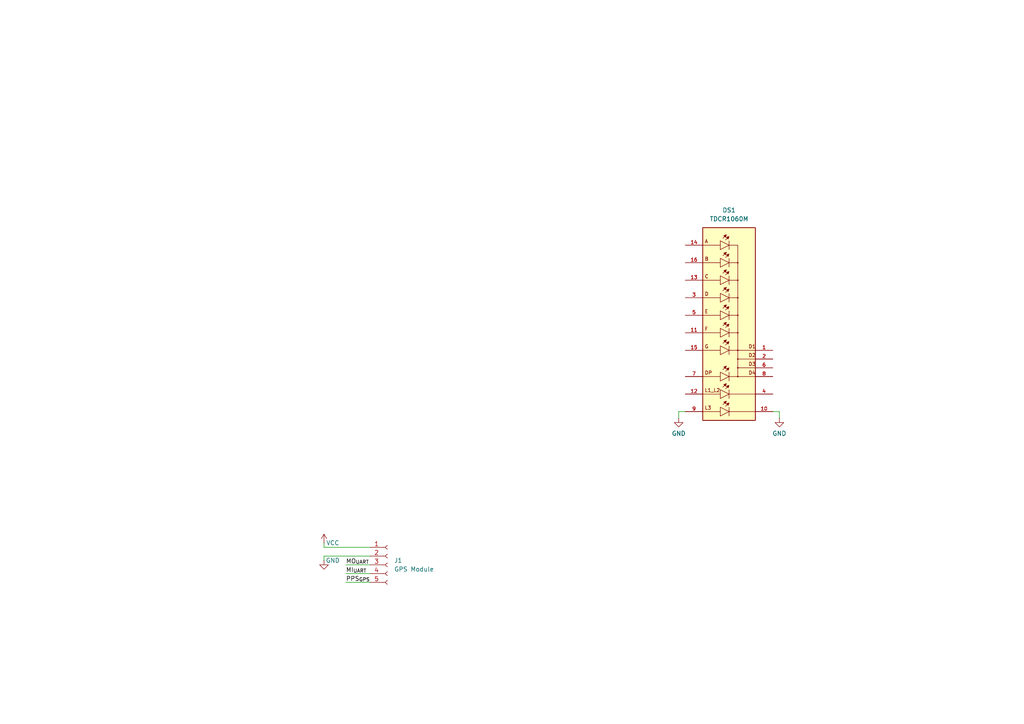
<source format=kicad_sch>
(kicad_sch (version 20231120) (generator "eeschema") (generator_version "8.0")
  (paper "A4")
  (lib_symbols
    (symbol "Connector:Conn_01x05_Socket" (pin_names (offset 1.016) hide)
      (property "Reference" "J" (at 0 7.62 0))
      (property "Value" "Conn_01x05_Socket" (at 0 -7.62 0))
      (symbol "Conn_01x05_Socket_1_1"
        (arc (start 0 -4.572) (mid -0.5058 -5.08) (end 0 -5.588) (stroke (width 0.1524)))
        (arc (start 0 -2.032) (mid -0.5058 -2.54) (end 0 -3.048) (stroke (width 0.1524)))
        (polyline (pts (xy -1.27 -5.08) (xy -0.508 -5.08)) (stroke (width 0.1524)))
        (polyline (pts (xy -1.27 -2.54) (xy -0.508 -2.54)) (stroke (width 0.1524)))
        (polyline (pts (xy -1.27 0) (xy -0.508 0)) (stroke (width 0.1524)))
        (polyline (pts (xy -1.27 2.54) (xy -0.508 2.54)) (stroke (width 0.1524)))
        (polyline (pts (xy -1.27 5.08) (xy -0.508 5.08)) (stroke (width 0.1524)))
        (arc (start 0 0.508) (mid -0.5058 0) (end 0 -0.508) (stroke (width 0.1524)))
        (arc (start 0 3.048) (mid -0.5058 2.54) (end 0 2.032) (stroke (width 0.1524)))
        (arc (start 0 5.588) (mid -0.5058 5.08) (end 0 4.572) (stroke (width 0.1524)))
        (pin passive line (at -5.08 5.08 0) (length 3.81) (name "Pin_1") (number "1"))
        (pin passive line (at -5.08 2.54 0) (length 3.81) (name "Pin_2") (number "2"))
        (pin passive line (at -5.08 0 0) (length 3.81) (name "Pin_3") (number "3"))
        (pin passive line (at -5.08 -2.54 0) (length 3.81) (name "Pin_4") (number "4"))
        (pin passive line (at -5.08 -5.08 0) (length 3.81) (name "Pin_5") (number "5"))
      )
    )
    (symbol "TDCR1060M:TDCR1060M" (pin_names (offset 1.016))
      (property "Reference" "DS" (at -7.62 29.21 0))
      (property "Value" "TDCR1060M" (at -7.62 -29.21 0))
      (symbol "TDCR1060M_0_0"
        (rectangle (start -7.62 -27.94) (end 7.62 27.94) (stroke (width 0.254)) (fill (type background)))
        (polyline (pts (xy -7.62 -25.4) (xy -2.54 -25.4)) (stroke (width 0.1524)))
        (polyline (pts (xy -7.62 -20.32) (xy -2.54 -20.32)) (stroke (width 0.1524)))
        (polyline (pts (xy -7.62 -15.24) (xy -2.54 -15.24)) (stroke (width 0.1524)))
        (polyline (pts (xy -7.62 -7.62) (xy -2.54 -7.62)) (stroke (width 0.1524)))
        (polyline (pts (xy -7.62 -2.54) (xy -2.54 -2.54)) (stroke (width 0.1524)))
        (polyline (pts (xy -7.62 2.54) (xy -2.54 2.54)) (stroke (width 0.1524)))
        (polyline (pts (xy -7.62 7.62) (xy -2.54 7.62)) (stroke (width 0.1524)))
        (polyline (pts (xy -7.62 12.7) (xy -2.54 12.7)) (stroke (width 0.1524)))
        (polyline (pts (xy -7.62 17.78) (xy -2.54 17.78)) (stroke (width 0.1524)))
        (polyline (pts (xy -7.62 22.86) (xy -2.54 22.86)) (stroke (width 0.1524)))
        (polyline (pts (xy -2.54 -26.67) (xy 0 -25.4)) (stroke (width 0.1524)))
        (polyline (pts (xy -2.54 -25.4) (xy -2.54 -26.67)) (stroke (width 0.1524)))
        (polyline (pts (xy -2.54 -24.13) (xy -2.54 -25.4)) (stroke (width 0.1524)))
        (polyline (pts (xy -2.54 -21.59) (xy 0 -20.32)) (stroke (width 0.1524)))
        (polyline (pts (xy -2.54 -20.32) (xy -2.54 -21.59)) (stroke (width 0.1524)))
        (polyline (pts (xy -2.54 -19.05) (xy -2.54 -20.32)) (stroke (width 0.1524)))
        (polyline (pts (xy -2.54 -16.51) (xy 0 -15.24)) (stroke (width 0.1524)))
        (polyline (pts (xy -2.54 -15.24) (xy -2.54 -16.51)) (stroke (width 0.1524)))
        (polyline (pts (xy -2.54 -13.97) (xy -2.54 -15.24)) (stroke (width 0.1524)))
        (polyline (pts (xy -2.54 -8.89) (xy 0 -7.62)) (stroke (width 0.1524)))
        (polyline (pts (xy -2.54 -7.62) (xy -2.54 -8.89)) (stroke (width 0.1524)))
        (polyline (pts (xy -2.54 -6.35) (xy -2.54 -7.62)) (stroke (width 0.1524)))
        (polyline (pts (xy -2.54 -3.81) (xy 0 -2.54)) (stroke (width 0.1524)))
        (polyline (pts (xy -2.54 -2.54) (xy -2.54 -3.81)) (stroke (width 0.1524)))
        (polyline (pts (xy -2.54 -1.27) (xy -2.54 -2.54)) (stroke (width 0.1524)))
        (polyline (pts (xy -2.54 1.27) (xy 0 2.54)) (stroke (width 0.1524)))
        (polyline (pts (xy -2.54 2.54) (xy -2.54 1.27)) (stroke (width 0.1524)))
        (polyline (pts (xy -2.54 3.81) (xy -2.54 2.54)) (stroke (width 0.1524)))
        (polyline (pts (xy -2.54 6.35) (xy 0 7.62)) (stroke (width 0.1524)))
        (polyline (pts (xy -2.54 7.62) (xy -2.54 6.35)) (stroke (width 0.1524)))
        (polyline (pts (xy -2.54 8.89) (xy -2.54 7.62)) (stroke (width 0.1524)))
        (polyline (pts (xy -2.54 11.43) (xy 0 12.7)) (stroke (width 0.1524)))
        (polyline (pts (xy -2.54 12.7) (xy -2.54 11.43)) (stroke (width 0.1524)))
        (polyline (pts (xy -2.54 13.97) (xy -2.54 12.7)) (stroke (width 0.1524)))
        (polyline (pts (xy -2.54 16.51) (xy 0 17.78)) (stroke (width 0.1524)))
        (polyline (pts (xy -2.54 17.78) (xy -2.54 16.51)) (stroke (width 0.1524)))
        (polyline (pts (xy -2.54 19.05) (xy -2.54 17.78)) (stroke (width 0.1524)))
        (polyline (pts (xy -2.54 21.59) (xy 0 22.86)) (stroke (width 0.1524)))
        (polyline (pts (xy -2.54 22.86) (xy -2.54 21.59)) (stroke (width 0.1524)))
        (polyline (pts (xy -2.54 24.13) (xy -2.54 22.86)) (stroke (width 0.1524)))
        (polyline (pts (xy -1.778 -23.368) (xy -1.27 -22.86)) (stroke (width 0.1524)))
        (polyline (pts (xy -1.778 -18.288) (xy -1.27 -17.78)) (stroke (width 0.1524)))
        (polyline (pts (xy -1.778 -13.208) (xy -1.27 -12.7)) (stroke (width 0.1524)))
        (polyline (pts (xy -1.778 -5.588) (xy -1.27 -5.08)) (stroke (width 0.1524)))
        (polyline (pts (xy -1.778 -0.508) (xy -1.27 0)) (stroke (width 0.1524)))
        (polyline (pts (xy -1.778 4.572) (xy -1.27 5.08)) (stroke (width 0.1524)))
        (polyline (pts (xy -1.778 9.652) (xy -1.27 10.16)) (stroke (width 0.1524)))
        (polyline (pts (xy -1.778 14.732) (xy -1.27 15.24)) (stroke (width 0.1524)))
        (polyline (pts (xy -1.778 19.812) (xy -1.27 20.32)) (stroke (width 0.1524)))
        (polyline (pts (xy -1.778 24.892) (xy -1.27 25.4)) (stroke (width 0.1524)))
        (polyline (pts (xy -1.016 -23.876) (xy -0.508 -23.368)) (stroke (width 0.1524)))
        (polyline (pts (xy -1.016 -18.796) (xy -0.508 -18.288)) (stroke (width 0.1524)))
        (polyline (pts (xy -1.016 -13.716) (xy -0.508 -13.208)) (stroke (width 0.1524)))
        (polyline (pts (xy -1.016 -6.096) (xy -0.508 -5.588)) (stroke (width 0.1524)))
        (polyline (pts (xy -1.016 -1.016) (xy -0.508 -0.508)) (stroke (width 0.1524)))
        (polyline (pts (xy -1.016 4.064) (xy -0.508 4.572)) (stroke (width 0.1524)))
        (polyline (pts (xy -1.016 9.144) (xy -0.508 9.652)) (stroke (width 0.1524)))
        (polyline (pts (xy -1.016 14.224) (xy -0.508 14.732)) (stroke (width 0.1524)))
        (polyline (pts (xy -1.016 19.304) (xy -0.508 19.812)) (stroke (width 0.1524)))
        (polyline (pts (xy -1.016 24.384) (xy -0.508 24.892)) (stroke (width 0.1524)))
        (polyline (pts (xy 0 -25.4) (xy -2.54 -24.13)) (stroke (width 0.1524)))
        (polyline (pts (xy 0 -25.4) (xy 0 -26.67)) (stroke (width 0.1524)))
        (polyline (pts (xy 0 -25.4) (xy 7.62 -25.4)) (stroke (width 0.1524)))
        (polyline (pts (xy 0 -24.13) (xy 0 -25.4)) (stroke (width 0.1524)))
        (polyline (pts (xy 0 -20.32) (xy -2.54 -19.05)) (stroke (width 0.1524)))
        (polyline (pts (xy 0 -20.32) (xy 0 -21.59)) (stroke (width 0.1524)))
        (polyline (pts (xy 0 -20.32) (xy 7.62 -20.32)) (stroke (width 0.1524)))
        (polyline (pts (xy 0 -19.05) (xy 0 -20.32)) (stroke (width 0.1524)))
        (polyline (pts (xy 0 -15.24) (xy -2.54 -13.97)) (stroke (width 0.1524)))
        (polyline (pts (xy 0 -15.24) (xy 0 -16.51)) (stroke (width 0.1524)))
        (polyline (pts (xy 0 -15.24) (xy 2.54 -15.24)) (stroke (width 0.1524)))
        (polyline (pts (xy 0 -13.97) (xy 0 -15.24)) (stroke (width 0.1524)))
        (polyline (pts (xy 0 -7.62) (xy -2.54 -6.35)) (stroke (width 0.1524)))
        (polyline (pts (xy 0 -7.62) (xy 0 -8.89)) (stroke (width 0.1524)))
        (polyline (pts (xy 0 -7.62) (xy 2.54 -7.62)) (stroke (width 0.1524)))
        (polyline (pts (xy 0 -6.35) (xy 0 -7.62)) (stroke (width 0.1524)))
        (polyline (pts (xy 0 -2.54) (xy -2.54 -1.27)) (stroke (width 0.1524)))
        (polyline (pts (xy 0 -2.54) (xy 0 -3.81)) (stroke (width 0.1524)))
        (polyline (pts (xy 0 -2.54) (xy 2.54 -2.54)) (stroke (width 0.1524)))
        (polyline (pts (xy 0 -1.27) (xy 0 -2.54)) (stroke (width 0.1524)))
        (polyline (pts (xy 0 2.54) (xy -2.54 3.81)) (stroke (width 0.1524)))
        (polyline (pts (xy 0 2.54) (xy 0 1.27)) (stroke (width 0.1524)))
        (polyline (pts (xy 0 2.54) (xy 2.54 2.54)) (stroke (width 0.1524)))
        (polyline (pts (xy 0 3.81) (xy 0 2.54)) (stroke (width 0.1524)))
        (polyline (pts (xy 0 7.62) (xy -2.54 8.89)) (stroke (width 0.1524)))
        (polyline (pts (xy 0 7.62) (xy 0 6.35)) (stroke (width 0.1524)))
        (polyline (pts (xy 0 7.62) (xy 2.54 7.62)) (stroke (width 0.1524)))
        (polyline (pts (xy 0 8.89) (xy 0 7.62)) (stroke (width 0.1524)))
        (polyline (pts (xy 0 12.7) (xy -2.54 13.97)) (stroke (width 0.1524)))
        (polyline (pts (xy 0 12.7) (xy 0 11.43)) (stroke (width 0.1524)))
        (polyline (pts (xy 0 12.7) (xy 2.54 12.7)) (stroke (width 0.1524)))
        (polyline (pts (xy 0 13.97) (xy 0 12.7)) (stroke (width 0.1524)))
        (polyline (pts (xy 0 17.78) (xy -2.54 19.05)) (stroke (width 0.1524)))
        (polyline (pts (xy 0 17.78) (xy 0 16.51)) (stroke (width 0.1524)))
        (polyline (pts (xy 0 17.78) (xy 2.54 17.78)) (stroke (width 0.1524)))
        (polyline (pts (xy 0 19.05) (xy 0 17.78)) (stroke (width 0.1524)))
        (polyline (pts (xy 0 22.86) (xy -2.54 24.13)) (stroke (width 0.1524)))
        (polyline (pts (xy 0 22.86) (xy 0 21.59)) (stroke (width 0.1524)))
        (polyline (pts (xy 0 22.86) (xy 2.54 22.86)) (stroke (width 0.1524)))
        (polyline (pts (xy 0 24.13) (xy 0 22.86)) (stroke (width 0.1524)))
        (polyline (pts (xy 2.54 -15.24) (xy 7.62 -15.24)) (stroke (width 0.1524)))
        (polyline (pts (xy 2.54 -12.7) (xy 2.54 -15.24)) (stroke (width 0.1524)))
        (polyline (pts (xy 2.54 -12.7) (xy 7.62 -12.7)) (stroke (width 0.1524)))
        (polyline (pts (xy 2.54 -10.16) (xy 2.54 -12.7)) (stroke (width 0.1524)))
        (polyline (pts (xy 2.54 -10.16) (xy 7.62 -10.16)) (stroke (width 0.1524)))
        (polyline (pts (xy 2.54 -7.62) (xy 2.54 -10.16)) (stroke (width 0.1524)))
        (polyline (pts (xy 2.54 -7.62) (xy 7.62 -7.62)) (stroke (width 0.1524)))
        (polyline (pts (xy 2.54 22.86) (xy 2.54 -7.62)) (stroke (width 0.1524)))
        (polyline (pts (xy -1.524 -22.606) (xy -1.016 -23.114) (xy -0.762 -22.352) (xy -1.524 -22.606)) (stroke (width 0.1524)) (fill (type outline)))
        (polyline (pts (xy -1.524 -17.526) (xy -1.016 -18.034) (xy -0.762 -17.272) (xy -1.524 -17.526)) (stroke (width 0.1524)) (fill (type outline)))
        (polyline (pts (xy -1.524 -12.446) (xy -1.016 -12.954) (xy -0.762 -12.192) (xy -1.524 -12.446)) (stroke (width 0.1524)) (fill (type outline)))
        (polyline (pts (xy -1.524 -4.826) (xy -1.016 -5.334) (xy -0.762 -4.572) (xy -1.524 -4.826)) (stroke (width 0.1524)) (fill (type outline)))
        (polyline (pts (xy -1.524 0.254) (xy -1.016 -0.254) (xy -0.762 0.508) (xy -1.524 0.254)) (stroke (width 0.1524)) (fill (type outline)))
        (polyline (pts (xy -1.524 5.334) (xy -1.016 4.826) (xy -0.762 5.588) (xy -1.524 5.334)) (stroke (width 0.1524)) (fill (type outline)))
        (polyline (pts (xy -1.524 10.414) (xy -1.016 9.906) (xy -0.762 10.668) (xy -1.524 10.414)) (stroke (width 0.1524)) (fill (type outline)))
        (polyline (pts (xy -1.524 15.494) (xy -1.016 14.986) (xy -0.762 15.748) (xy -1.524 15.494)) (stroke (width 0.1524)) (fill (type outline)))
        (polyline (pts (xy -1.524 20.574) (xy -1.016 20.066) (xy -0.762 20.828) (xy -1.524 20.574)) (stroke (width 0.1524)) (fill (type outline)))
        (polyline (pts (xy -1.524 25.654) (xy -1.016 25.146) (xy -0.762 25.908) (xy -1.524 25.654)) (stroke (width 0.1524)) (fill (type outline)))
        (polyline (pts (xy -0.762 -23.114) (xy -0.254 -23.622) (xy 0 -22.86) (xy -0.762 -23.114)) (stroke (width 0.1524)) (fill (type outline)))
        (polyline (pts (xy -0.762 -18.034) (xy -0.254 -18.542) (xy 0 -17.78) (xy -0.762 -18.034)) (stroke (width 0.1524)) (fill (type outline)))
        (polyline (pts (xy -0.762 -12.954) (xy -0.254 -13.462) (xy 0 -12.7) (xy -0.762 -12.954)) (stroke (width 0.1524)) (fill (type outline)))
        (polyline (pts (xy -0.762 -5.334) (xy -0.254 -5.842) (xy 0 -5.08) (xy -0.762 -5.334)) (stroke (width 0.1524)) (fill (type outline)))
        (polyline (pts (xy -0.762 -0.254) (xy -0.254 -0.762) (xy 0 0) (xy -0.762 -0.254)) (stroke (width 0.1524)) (fill (type outline)))
        (polyline (pts (xy -0.762 4.826) (xy -0.254 4.318) (xy 0 5.08) (xy -0.762 4.826)) (stroke (width 0.1524)) (fill (type outline)))
        (polyline (pts (xy -0.762 9.906) (xy -0.254 9.398) (xy 0 10.16) (xy -0.762 9.906)) (stroke (width 0.1524)) (fill (type outline)))
        (polyline (pts (xy -0.762 14.986) (xy -0.254 14.478) (xy 0 15.24) (xy -0.762 14.986)) (stroke (width 0.1524)) (fill (type outline)))
        (polyline (pts (xy -0.762 20.066) (xy -0.254 19.558) (xy 0 20.32) (xy -0.762 20.066)) (stroke (width 0.1524)) (fill (type outline)))
        (polyline (pts (xy -0.762 25.146) (xy -0.254 24.638) (xy 0 25.4) (xy -0.762 25.146)) (stroke (width 0.1524)) (fill (type outline)))
        (circle (center 2.54 -15.24) (radius 0.1524) (stroke (width 0.1524)))
        (circle (center 2.54 -12.7) (radius 0.1524) (stroke (width 0.1524)))
        (circle (center 2.54 -10.16) (radius 0.1524) (stroke (width 0.1524)))
        (circle (center 2.54 -7.62) (radius 0.1524) (stroke (width 0.1524)))
        (circle (center 2.54 -2.54) (radius 0.1524) (stroke (width 0.1524)))
        (circle (center 2.54 2.54) (radius 0.1524) (stroke (width 0.1524)))
        (circle (center 2.54 7.62) (radius 0.1524) (stroke (width 0.1524)))
        (circle (center 2.54 12.7) (radius 0.1524) (stroke (width 0.1524)))
        (circle (center 2.54 17.78) (radius 0.1524) (stroke (width 0.1524)))
        (text "A" (at -7.112 23.368 0) (effects (font (size 1.016 1.016)) (justify left bottom)))
        (text "B" (at -7.112 18.288 0) (effects (font (size 1.016 1.016)) (justify left bottom)))
        (text "C" (at -7.112 13.208 0) (effects (font (size 1.016 1.016)) (justify left bottom)))
        (text "D" (at -7.112 8.128 0) (effects (font (size 1.016 1.016)) (justify left bottom)))
        (text "D1" (at 5.588 -7.112 0) (effects (font (size 1.016 1.016)) (justify left bottom)))
        (text "D2" (at 5.588 -9.652 0) (effects (font (size 1.016 1.016)) (justify left bottom)))
        (text "D3" (at 5.588 -12.192 0) (effects (font (size 1.016 1.016)) (justify left bottom)))
        (text "D4" (at 5.588 -14.732 0) (effects (font (size 1.016 1.016)) (justify left bottom)))
        (text "DP" (at -7.112 -14.732 0) (effects (font (size 1.016 1.016)) (justify left bottom)))
        (text "E" (at -7.112 3.048 0) (effects (font (size 1.016 1.016)) (justify left bottom)))
        (text "F" (at -7.112 -2.032 0) (effects (font (size 1.016 1.016)) (justify left bottom)))
        (text "G" (at -7.112 -7.112 0) (effects (font (size 1.016 1.016)) (justify left bottom)))
        (text "L1_L2" (at -7.112 -19.812 0) (effects (font (size 1.016 1.016)) (justify left bottom)))
        (text "L3" (at -7.112 -24.892 0) (effects (font (size 1.016 1.016)) (justify left bottom)))
        (pin passive line (at 12.7 -7.62 180) (length 5.08) (name "~") (number "1"))
        (pin passive line (at 12.7 -25.4 180) (length 5.08) (name "~") (number "10"))
        (pin passive line (at -12.7 -2.54 0) (length 5.08) (name "~") (number "11"))
        (pin passive line (at -12.7 -20.32 0) (length 5.08) (name "~") (number "12"))
        (pin passive line (at -12.7 12.7 0) (length 5.08) (name "~") (number "13"))
        (pin passive line (at -12.7 22.86 0) (length 5.08) (name "~") (number "14"))
        (pin passive line (at -12.7 -7.62 0) (length 5.08) (name "~") (number "15"))
        (pin passive line (at -12.7 17.78 0) (length 5.08) (name "~") (number "16"))
        (pin passive line (at 12.7 -10.16 180) (length 5.08) (name "~") (number "2"))
        (pin passive line (at -12.7 7.62 0) (length 5.08) (name "~") (number "3"))
        (pin passive line (at 12.7 -20.32 180) (length 5.08) (name "~") (number "4"))
        (pin passive line (at -12.7 2.54 0) (length 5.08) (name "~") (number "5"))
        (pin passive line (at 12.7 -12.7 180) (length 5.08) (name "~") (number "6"))
        (pin passive line (at -12.7 -15.24 0) (length 5.08) (name "~") (number "7"))
        (pin passive line (at 12.7 -15.24 180) (length 5.08) (name "~") (number "8"))
        (pin passive line (at -12.7 -25.4 0) (length 5.08) (name "~") (number "9"))
      )
    )
    (symbol "power:GND" (power) (pin_numbers hide) (pin_names (offset 0) hide)
      (property "Value" "GND" (at 0 -3.81 0))
      (symbol "GND_0_1"
        (polyline (pts (xy 0 0) (xy 0 -1.27) (xy 1.27 -1.27) (xy 0 -2.54) (xy -1.27 -1.27) (xy 0 -1.27)))
      )
      (symbol "GND_1_1"
        (pin power_in line (at 0 0 270) (length 0) (name "~") (number "1"))
      )
    )
    (symbol "power:VCC" (power) (pin_numbers hide) (pin_names (offset 0) hide)
      (property "Value" "VCC" (at 0 3.556 0))
      (symbol "VCC_0_1"
        (polyline (pts (xy -0.762 1.27) (xy 0 2.54)))
        (polyline (pts (xy 0 0) (xy 0 2.54)))
        (polyline (pts (xy 0 2.54) (xy 0.762 1.27)))
      )
      (symbol "VCC_1_1"
        (pin power_in line (at 0 0 90) (length 0) (name "~") (number "1"))
      )
    )
  )
  (wire (pts (xy 93.98 161.29) (xy 93.98 162.56)))
  (wire (pts (xy 100.33 163.83) (xy 107.315 163.83)))
  (wire (pts (xy 100.33 168.91) (xy 107.315 168.91)))
  (wire (pts (xy 100.33 166.37) (xy 107.315 166.37)))
  (wire (pts (xy 198.755 119.38) (xy 196.85 119.38)))
  (wire (pts (xy 226.06 119.38) (xy 226.06 121.285)))
  (wire (pts (xy 224.155 119.38) (xy 226.06 119.38)))
  (wire (pts (xy 107.315 161.29) (xy 93.98 161.29)))
  (wire (pts (xy 93.98 158.75) (xy 107.315 158.75)))
  (wire (pts (xy 196.85 119.38) (xy 196.85 121.285)))
  (wire (pts (xy 93.98 157.48) (xy 93.98 158.75)))
  (label "MI_{UART}" (at 100.33 166.37 0))
  (label "PPS_{GPS}" (at 100.33 168.91 0))
  (label "MO_{UART}" (at 100.33 163.83 0))
  (symbol (lib_id "Connector:Conn_01x05_Socket") (at 112.395 163.83 0) (unit 1)
    (property "Reference" "J1" (at 114.3 162.5599 0) (effects (justify left)))
    (property "Value" "GPS Module" (at 114.3 165.0999 0) (effects (justify left)))
    (property "Description" "Generic connector, single row, 01x05, script generated" (effects (hide yes)))
  )
  (symbol (lib_id "power:GND") (at 196.85 121.285 0) (unit 1)
    (property "Reference" "#PWR01" (effects (hide yes)))
    (property "Value" "GND" (at 196.85 125.73 0))
    (property "Description" "Power symbol creates a global label with name \"GND\" , ground" (effects (hide yes)))
  )
  (symbol (lib_id "power:GND") (at 93.98 162.56 0) (unit 1)
    (property "Reference" "#PWR04" (effects (hide yes)))
    (property "Value" "GND" (at 96.52 162.56 0))
    (property "Description" "Power symbol creates a global label with name \"GND\" , ground" (effects (hide yes)))
  )
  (symbol (lib_id "TDCR1060M:TDCR1060M") (at 211.455 93.98 0) (unit 1)
    (property "Reference" "DS1" (at 211.4562 60.96 0))
    (property "Value" "TDCR1060M" (at 211.4562 63.5 0))
    (property "Footprint" "TDCR1060M:DISPLAY_TDCR1060M" (effects (hide yes)))
    (property "PARTREV" "1.7" (effects (hide yes)))
    (property "STANDARD" "IPC-7351B" (effects (hide yes)))
    (property "SNAPEDA_PN" "TDCR1060M" (effects (hide yes)))
    (property "MAXIMUM_PACKAGE_HEIGHT" "7mm" (effects (hide yes)))
    (property "MANUFACTURER" "Vishay" (effects (hide yes)))
  )
  (symbol (lib_id "power:VCC") (at 93.98 157.48 0) (unit 1)
    (property "Reference" "#PWR03" (effects (hide yes)))
    (property "Value" "VCC" (at 96.52 157.48 0))
    (property "Description" "Power symbol creates a global label with name \"VCC\"" (effects (hide yes)))
  )
  (symbol (lib_id "power:GND") (at 226.06 121.285 0) (mirror y) (unit 1)
    (property "Reference" "#PWR02" (effects (hide yes)))
    (property "Value" "GND" (at 226.06 125.73 0))
    (property "Description" "Power symbol creates a global label with name \"GND\" , ground" (effects (hide yes)))
  )
)
</source>
